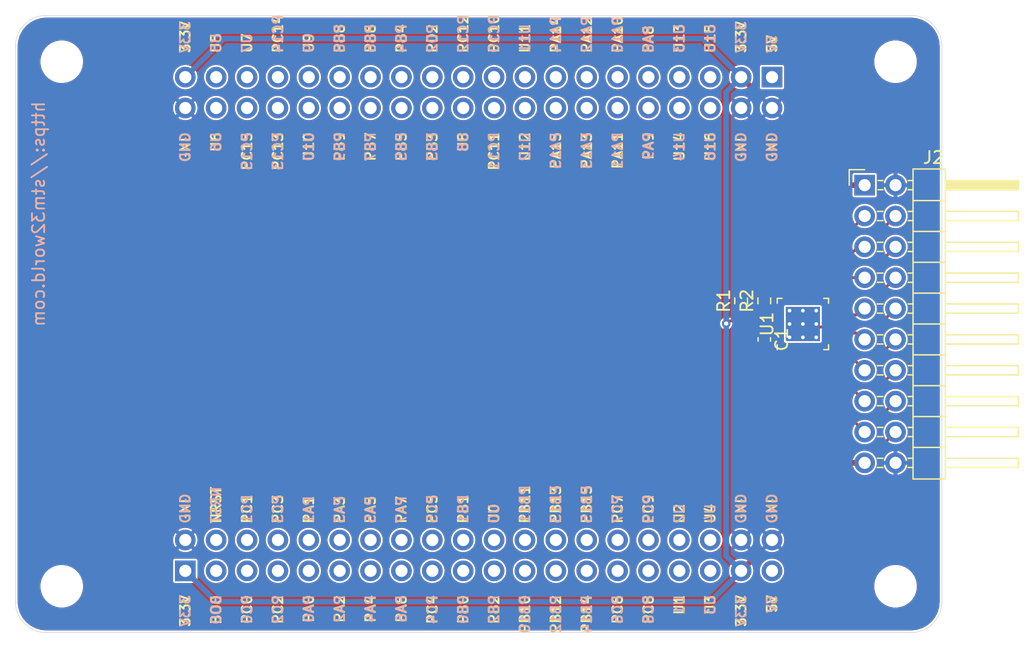
<source format=kicad_pcb>
(kicad_pcb (version 20171130) (host pcbnew 5.1.9+dfsg1-1)
  (layers (0 F.Cu signal) (31 B.Cu signal) (34 B.Paste user) (35 F.Paste user) (36 B.SilkS user) (37 F.SilkS user) (38 B.Mask user) (39 F.Mask user) (44 Edge.Cuts user))
  (net 0 "")
  (net 1 +3V3)
  (net 2 GND)
  (net 3 "Net-(J1-Pad3)")
  (net 4 "Net-(J1-Pad4)")
  (net 5 "Net-(J1-Pad5)")
  (net 6 "Net-(J1-Pad6)")
  (net 7 "Net-(J1-Pad7)")
  (net 8 "Net-(J1-Pad8)")
  (net 9 "Net-(J1-Pad9)")
  (net 10 "Net-(J1-Pad10)")
  (net 11 "Net-(J1-Pad11)")
  (net 12 "Net-(J1-Pad12)")
  (net 13 "Net-(J1-Pad13)")
  (net 14 "Net-(J1-Pad14)")
  (net 15 "Net-(J1-Pad15)")
  (net 16 "Net-(J1-Pad16)")
  (net 17 "Net-(J1-Pad17)")
  (net 18 "Net-(J1-Pad18)")
  (net 19 "Net-(J1-Pad19)")
  (net 20 "Net-(J1-Pad20)")
  (net 21 "Net-(J1-Pad21)")
  (net 22 "Net-(J1-Pad22)")
  (net 23 "Net-(J1-Pad23)")
  (net 24 "Net-(J1-Pad24)")
  (net 25 "Net-(J1-Pad25)")
  (net 26 "Net-(J1-Pad26)")
  (net 27 "Net-(J1-Pad27)")
  (net 28 "Net-(J1-Pad28)")
  (net 29 "Net-(J1-Pad29)")
  (net 30 "Net-(J1-Pad30)")
  (net 31 "Net-(J1-Pad31)")
  (net 32 "Net-(J1-Pad32)")
  (net 33 "Net-(J1-Pad33)")
  (net 34 "Net-(J1-Pad34)")
  (net 35 "Net-(J1-Pad35)")
  (net 36 "Net-(J1-Pad36)")
  (net 37 "Net-(J1-Pad39)")
  (net 38 "Net-(J1-Pad41)")
  (net 39 "Net-(J1-Pad45)")
  (net 40 "Net-(J1-Pad46)")
  (net 41 "Net-(J1-Pad47)")
  (net 42 "Net-(J1-Pad48)")
  (net 43 "Net-(J1-Pad49)")
  (net 44 "Net-(J1-Pad50)")
  (net 45 "Net-(J1-Pad51)")
  (net 46 "Net-(J1-Pad52)")
  (net 47 "Net-(J1-Pad53)")
  (net 48 "Net-(J1-Pad54)")
  (net 49 "Net-(J1-Pad55)")
  (net 50 "Net-(J1-Pad56)")
  (net 51 "Net-(J1-Pad57)")
  (net 52 "Net-(J1-Pad58)")
  (net 53 "Net-(J1-Pad59)")
  (net 54 "Net-(J1-Pad60)")
  (net 55 "Net-(J1-Pad61)")
  (net 56 "Net-(J1-Pad62)")
  (net 57 "Net-(J1-Pad63)")
  (net 58 "Net-(J1-Pad64)")
  (net 59 "Net-(J1-Pad65)")
  (net 60 "Net-(J1-Pad66)")
  (net 61 "Net-(J1-Pad67)")
  (net 62 "Net-(J1-Pad68)")
  (net 63 "Net-(J1-Pad69)")
  (net 64 "Net-(J1-Pad70)")
  (net 65 "Net-(J1-Pad71)")
  (net 66 "Net-(J1-Pad72)")
  (net 67 "Net-(J1-Pad73)")
  (net 68 "Net-(J1-Pad74)")
  (net 69 "Net-(J1-Pad75)")
  (net 70 "Net-(J1-Pad76)")
  (net 71 "Net-(J1-Pad77)")
  (net 72 "Net-(J1-Pad78)")
  (net 73 "Net-(U1-Pad24)")
  (net 74 "Net-(U1-Pad23)")
  (net 75 "Net-(U1-Pad22)")
  (net 76 "Net-(U1-Pad18)")
  (net 77 P1_7)
  (net 78 P1_6)
  (net 79 P1_5)
  (net 80 P1_4)
  (net 81 P0_7)
  (net 82 P0_6)
  (net 83 P0_5)
  (net 84 P0_4)
  (net 85 P0_3)
  (net 86 P0_2)
  (net 87 P0_1)
  (net 88 P0_0)
  (net 89 P1_3)
  (net 90 P1_2)
  (net 91 P1_1)
  (net 92 P1_0)
  (net 93 "Net-(R1-Pad2)")
  (net 94 "Net-(R2-Pad2)")
  (module Resistor_SMD:R_0603_1608Metric (layer F.Cu) (at 163.195 99.695 90)
    (fp_text reference R2 (at 0 -1.43 90) (layer F.SilkS))
    (fp_text value R_10K_0603)
    (pad 2 smd roundrect (at 0.825 0 90) (size 0.8 0.95) (layers F.Cu F.Paste F.Mask) (net 94 "Net-(R2-Pad2)"))
    (pad 1 smd roundrect (at -0.825 0 90) (size 0.8 0.95) (layers F.Cu F.Paste F.Mask) (net 1 +3V3))
  )
  (module Resistor_SMD:R_0603_1608Metric (layer F.Cu) (at 161.29 99.695 90)
    (fp_text reference R1 (at 0 -1.43 90) (layer F.SilkS))
    (fp_text value R_10K_0603)
    (pad 2 smd roundrect (at 0.825 0 90) (size 0.8 0.95) (layers F.Cu F.Paste F.Mask) (net 93 "Net-(R1-Pad2)"))
    (pad 1 smd roundrect (at -0.825 0 90) (size 0.8 0.95) (layers F.Cu F.Paste F.Mask) (net 1 +3V3))
  )
  (module Capacitor_SMD:C_0603_1608Metric (layer F.Cu) (at 163.195 102.87 270)
    (fp_text reference C1 (at 0 -1.43 90) (layer F.SilkS))
    (fp_text value C_100NF_0603)
    (pad 2 smd roundrect (at 0.775 0 270) (size 0.9 0.95) (layers F.Cu F.Paste F.Mask) (net 2 GND))
    (pad 1 smd roundrect (at -0.775 0 270) (size 0.9 0.95) (layers F.Cu F.Paste F.Mask) (net 1 +3V3))
  )
  (module Package_DFN_QFN:TQFN-24-1EP_4x4mm_P0.5mm_EP2.8x2.8mm_PullBack_ThermalVias (layer F.Cu) (at 166.37 101.6 90)
    (fp_text reference U1 (at 0 -2.95 90) (layer F.SilkS))
    (fp_text value AW9523B)
    (pad 25 smd rect (at 0 0 90) (size 2.8 2.8) (layers B.Cu) (net 2 GND))
    (pad 25 thru_hole circle (at 1.1 1.1 90) (size 0.6 0.6) (drill 0.3) (layers *.Cu) (net 2 GND))
    (pad 25 thru_hole circle (at 0 1.1 90) (size 0.6 0.6) (drill 0.3) (layers *.Cu) (net 2 GND))
    (pad 25 thru_hole circle (at -1.1 1.1 90) (size 0.6 0.6) (drill 0.3) (layers *.Cu) (net 2 GND))
    (pad 25 thru_hole circle (at 1.1 0 90) (size 0.6 0.6) (drill 0.3) (layers *.Cu) (net 2 GND))
    (pad 25 thru_hole circle (at 0 0 90) (size 0.6 0.6) (drill 0.3) (layers *.Cu) (net 2 GND))
    (pad 25 thru_hole circle (at -1.1 0 90) (size 0.6 0.6) (drill 0.3) (layers *.Cu) (net 2 GND))
    (pad 25 thru_hole circle (at 1.1 -1.1 90) (size 0.6 0.6) (drill 0.3) (layers *.Cu) (net 2 GND))
    (pad 25 thru_hole circle (at 0 -1.1 90) (size 0.6 0.6) (drill 0.3) (layers *.Cu) (net 2 GND))
    (pad 25 thru_hole circle (at -1.1 -1.1 90) (size 0.6 0.6) (drill 0.3) (layers *.Cu) (net 2 GND))
    (pad 25 smd rect (at 0 0 90) (size 2.8 2.8) (layers F.Cu F.Mask) (net 2 GND))
    (pad 24 smd roundrect (at -1.25 -1.8 90) (size 0.4 0.4) (layers F.Cu F.Paste F.Mask) (net 73 "Net-(U1-Pad24)"))
    (pad 23 smd roundrect (at -0.75 -1.8 90) (size 0.4 0.4) (layers F.Cu F.Paste F.Mask) (net 74 "Net-(U1-Pad23)"))
    (pad 22 smd roundrect (at -0.25 -1.8 90) (size 0.4 0.4) (layers F.Cu F.Paste F.Mask) (net 75 "Net-(U1-Pad22)"))
    (pad 21 smd roundrect (at 0.25 -1.8 90) (size 0.4 0.4) (layers F.Cu F.Paste F.Mask) (net 1 +3V3))
    (pad 20 smd roundrect (at 0.75 -1.8 90) (size 0.4 0.4) (layers F.Cu F.Paste F.Mask) (net 93 "Net-(R1-Pad2)"))
    (pad 19 smd roundrect (at 1.25 -1.8 90) (size 0.4 0.4) (layers F.Cu F.Paste F.Mask) (net 94 "Net-(R2-Pad2)"))
    (pad 18 smd roundrect (at 1.8 -1.25 90) (size 0.4 0.4) (layers F.Cu F.Paste F.Mask) (net 76 "Net-(U1-Pad18)"))
    (pad 17 smd roundrect (at 1.8 -0.75 90) (size 0.4 0.4) (layers F.Cu F.Paste F.Mask) (net 77 P1_7))
    (pad 16 smd roundrect (at 1.8 -0.25 90) (size 0.4 0.4) (layers F.Cu F.Paste F.Mask) (net 78 P1_6))
    (pad 15 smd roundrect (at 1.8 0.25 90) (size 0.4 0.4) (layers F.Cu F.Paste F.Mask) (net 79 P1_5))
    (pad 14 smd roundrect (at 1.8 0.75 90) (size 0.4 0.4) (layers F.Cu F.Paste F.Mask) (net 80 P1_4))
    (pad 13 smd roundrect (at 1.8 1.25 90) (size 0.4 0.4) (layers F.Cu F.Paste F.Mask) (net 81 P0_7))
    (pad 12 smd roundrect (at 1.25 1.8 90) (size 0.4 0.4) (layers F.Cu F.Paste F.Mask) (net 82 P0_6))
    (pad 11 smd roundrect (at 0.75 1.8 90) (size 0.4 0.4) (layers F.Cu F.Paste F.Mask) (net 83 P0_5))
    (pad 10 smd roundrect (at 0.25 1.8 90) (size 0.4 0.4) (layers F.Cu F.Paste F.Mask) (net 84 P0_4))
    (pad 9 smd roundrect (at -0.25 1.8 90) (size 0.4 0.4) (layers F.Cu F.Paste F.Mask) (net 2 GND))
    (pad 8 smd roundrect (at -0.75 1.8 90) (size 0.4 0.4) (layers F.Cu F.Paste F.Mask) (net 85 P0_3))
    (pad 7 smd roundrect (at -1.25 1.8 90) (size 0.4 0.4) (layers F.Cu F.Paste F.Mask) (net 86 P0_2))
    (pad 6 smd roundrect (at -1.8 1.25 90) (size 0.4 0.4) (layers F.Cu F.Paste F.Mask) (net 87 P0_1))
    (pad 5 smd roundrect (at -1.8 0.75 90) (size 0.4 0.4) (layers F.Cu F.Paste F.Mask) (net 88 P0_0))
    (pad 4 smd roundrect (at -1.8 0.25 90) (size 0.4 0.4) (layers F.Cu F.Paste F.Mask) (net 89 P1_3))
    (pad 3 smd roundrect (at -1.8 -0.25 90) (size 0.4 0.4) (layers F.Cu F.Paste F.Mask) (net 90 P1_2))
    (pad 2 smd roundrect (at -1.8 -0.75 90) (size 0.4 0.4) (layers F.Cu F.Paste F.Mask) (net 91 P1_1))
    (pad 1 smd roundrect (at -1.8 -1.25 90) (size 0.4 0.4) (layers F.Cu F.Paste F.Mask) (net 92 P1_0))
  )
  (module Connector_PinHeader_2.54mm:PinHeader_2x10_P2.54mm_Horizontal (layer F.Cu) (at 171.45 90.17)
    (fp_text reference J2 (at 5.655 -2.27) (layer F.SilkS))
    (fp_text value ~)
    (pad 20 thru_hole oval (at 2.54 22.86) (size 1.7 1.7) (drill 1) (layers *.Cu *.Mask) (net 2 GND))
    (pad 19 thru_hole oval (at 0 22.86) (size 1.7 1.7) (drill 1) (layers *.Cu *.Mask) (net 1 +3V3))
    (pad 18 thru_hole oval (at 2.54 20.32) (size 1.7 1.7) (drill 1) (layers *.Cu *.Mask) (net 92 P1_0))
    (pad 17 thru_hole oval (at 0 20.32) (size 1.7 1.7) (drill 1) (layers *.Cu *.Mask) (net 91 P1_1))
    (pad 16 thru_hole oval (at 2.54 17.78) (size 1.7 1.7) (drill 1) (layers *.Cu *.Mask) (net 90 P1_2))
    (pad 15 thru_hole oval (at 0 17.78) (size 1.7 1.7) (drill 1) (layers *.Cu *.Mask) (net 89 P1_3))
    (pad 14 thru_hole oval (at 2.54 15.24) (size 1.7 1.7) (drill 1) (layers *.Cu *.Mask) (net 88 P0_0))
    (pad 13 thru_hole oval (at 0 15.24) (size 1.7 1.7) (drill 1) (layers *.Cu *.Mask) (net 87 P0_1))
    (pad 12 thru_hole oval (at 2.54 12.7) (size 1.7 1.7) (drill 1) (layers *.Cu *.Mask) (net 86 P0_2))
    (pad 11 thru_hole oval (at 0 12.7) (size 1.7 1.7) (drill 1) (layers *.Cu *.Mask) (net 85 P0_3))
    (pad 10 thru_hole oval (at 2.54 10.16) (size 1.7 1.7) (drill 1) (layers *.Cu *.Mask) (net 84 P0_4))
    (pad 9 thru_hole oval (at 0 10.16) (size 1.7 1.7) (drill 1) (layers *.Cu *.Mask) (net 83 P0_5))
    (pad 8 thru_hole oval (at 2.54 7.62) (size 1.7 1.7) (drill 1) (layers *.Cu *.Mask) (net 82 P0_6))
    (pad 7 thru_hole oval (at 0 7.62) (size 1.7 1.7) (drill 1) (layers *.Cu *.Mask) (net 81 P0_7))
    (pad 6 thru_hole oval (at 2.54 5.08) (size 1.7 1.7) (drill 1) (layers *.Cu *.Mask) (net 80 P1_4))
    (pad 5 thru_hole oval (at 0 5.08) (size 1.7 1.7) (drill 1) (layers *.Cu *.Mask) (net 79 P1_5))
    (pad 4 thru_hole oval (at 2.54 2.54) (size 1.7 1.7) (drill 1) (layers *.Cu *.Mask) (net 78 P1_6))
    (pad 3 thru_hole oval (at 0 2.54) (size 1.7 1.7) (drill 1) (layers *.Cu *.Mask) (net 77 P1_7))
    (pad 2 thru_hole oval (at 2.54 0) (size 1.7 1.7) (drill 1) (layers *.Cu *.Mask) (net 2 GND))
    (pad 1 thru_hole rect (at 0 0) (size 1.7 1.7) (drill 1) (layers *.Cu *.Mask) (net 1 +3V3))
  )
  (module stm32world:STM32WORLD_BASE (layer F.Cu) (at 139.7 101.6)
    (fp_text reference J1 hide)
    (fp_text value ~)
    (fp_text user 5V (at 24.13 22.225 90) (layer B.SilkS) (effects (font (size 0.8 0.8)) (justify left mirror)))
    (fp_text user 3.3V (at 21.59 22.225 90) (layer B.SilkS) (effects (font (size 0.8 0.8)) (justify left mirror)))
    (fp_text user U3 (at 19.05 22.225 90) (layer B.SilkS) (effects (font (size 0.8 0.8)) (justify left mirror)))
    (fp_text user U1 (at 16.51 22.225 90) (layer B.SilkS) (effects (font (size 0.8 0.8)) (justify left mirror)))
    (fp_text user PC8 (at 13.97 22.225 90) (layer B.SilkS) (effects (font (size 0.8 0.8)) (justify left mirror)))
    (fp_text user PC6 (at 11.43 22.225 90) (layer B.SilkS) (effects (font (size 0.8 0.8)) (justify left mirror)))
    (fp_text user PB14 (at 8.89 22.225 90) (layer B.SilkS) (effects (font (size 0.8 0.8)) (justify left mirror)))
    (fp_text user PB12 (at 6.35 22.225 90) (layer B.SilkS) (effects (font (size 0.8 0.8)) (justify left mirror)))
    (fp_text user PB10 (at 3.81 22.225 90) (layer B.SilkS) (effects (font (size 0.8 0.8)) (justify left mirror)))
    (fp_text user PB2 (at 1.27 22.225 90) (layer B.SilkS) (effects (font (size 0.8 0.8)) (justify left mirror)))
    (fp_text user PB0 (at -1.27 22.225 90) (layer B.SilkS) (effects (font (size 0.8 0.8)) (justify left mirror)))
    (fp_text user PC4 (at -3.81 22.225 90) (layer B.SilkS) (effects (font (size 0.8 0.8)) (justify left mirror)))
    (fp_text user PA6 (at -6.35 22.225 90) (layer B.SilkS) (effects (font (size 0.8 0.8)) (justify left mirror)))
    (fp_text user PA4 (at -8.89 22.225 90) (layer B.SilkS) (effects (font (size 0.8 0.8)) (justify left mirror)))
    (fp_text user PA2 (at -11.43 22.225 90) (layer B.SilkS) (effects (font (size 0.8 0.8)) (justify left mirror)))
    (fp_text user PA0 (at -13.97 22.225 90) (layer B.SilkS) (effects (font (size 0.8 0.8)) (justify left mirror)))
    (fp_text user PC2 (at -16.51 22.225 90) (layer B.SilkS) (effects (font (size 0.8 0.8)) (justify left mirror)))
    (fp_text user PC0 (at -19.05 22.225 90) (layer B.SilkS) (effects (font (size 0.8 0.8)) (justify left mirror)))
    (fp_text user BO0 (at -21.59 22.225 90) (layer B.SilkS) (effects (font (size 0.8 0.8)) (justify left mirror)))
    (fp_text user 3.3V (at -24.13 22.225 90) (layer B.SilkS) (effects (font (size 0.8 0.8)) (justify left mirror)))
    (fp_text user GND (at 24.13 16.51 90) (layer B.SilkS) (effects (font (size 0.8 0.8)) (justify right mirror)))
    (fp_text user GND (at 21.59 16.51 90) (layer B.SilkS) (effects (font (size 0.8 0.8)) (justify right mirror)))
    (fp_text user U4 (at 19.05 16.51 90) (layer B.SilkS) (effects (font (size 0.8 0.8)) (justify right mirror)))
    (fp_text user U2 (at 16.51 16.51 90) (layer B.SilkS) (effects (font (size 0.8 0.8)) (justify right mirror)))
    (fp_text user PC9 (at 13.97 16.51 90) (layer B.SilkS) (effects (font (size 0.8 0.8)) (justify right mirror)))
    (fp_text user PC7 (at 11.43 16.51 90) (layer B.SilkS) (effects (font (size 0.8 0.8)) (justify right mirror)))
    (fp_text user PB15 (at 8.89 16.51 90) (layer B.SilkS) (effects (font (size 0.8 0.8)) (justify right mirror)))
    (fp_text user PB13 (at 6.35 16.51 90) (layer B.SilkS) (effects (font (size 0.8 0.8)) (justify right mirror)))
    (fp_text user PB11 (at 3.81 16.51 90) (layer B.SilkS) (effects (font (size 0.8 0.8)) (justify right mirror)))
    (fp_text user U0 (at 1.27 16.51 90) (layer B.SilkS) (effects (font (size 0.8 0.8)) (justify right mirror)))
    (fp_text user PB1 (at -1.27 16.51 90) (layer B.SilkS) (effects (font (size 0.8 0.8)) (justify right mirror)))
    (fp_text user PC5 (at -3.81 16.51 90) (layer B.SilkS) (effects (font (size 0.8 0.8)) (justify right mirror)))
    (fp_text user PA7 (at -6.35 16.51 90) (layer B.SilkS) (effects (font (size 0.8 0.8)) (justify right mirror)))
    (fp_text user PA5 (at -8.89 16.51 90) (layer B.SilkS) (effects (font (size 0.8 0.8)) (justify right mirror)))
    (fp_text user PA3 (at -11.43 16.51 90) (layer B.SilkS) (effects (font (size 0.8 0.8)) (justify right mirror)))
    (fp_text user PA1 (at -13.97 16.51 90) (layer B.SilkS) (effects (font (size 0.8 0.8)) (justify right mirror)))
    (fp_text user PC3 (at -16.51 16.51 90) (layer B.SilkS) (effects (font (size 0.8 0.8)) (justify right mirror)))
    (fp_text user PC1 (at -19.05 16.51 90) (layer B.SilkS) (effects (font (size 0.8 0.8)) (justify right mirror)))
    (fp_text user NRST (at -21.59 16.51 90) (layer B.SilkS) (effects (font (size 0.8 0.8)) (justify right mirror)))
    (fp_text user GND (at -24.13 16.51 90) (layer B.SilkS) (effects (font (size 0.8 0.8)) (justify right mirror)))
    (fp_text user 3.3V (at -24.13 -22.225 90) (layer B.SilkS) (effects (font (size 0.8 0.8)) (justify right mirror)))
    (fp_text user U5 (at -21.59 -22.225 90) (layer B.SilkS) (effects (font (size 0.8 0.8)) (justify right mirror)))
    (fp_text user U7 (at -19.05 -22.225 90) (layer B.SilkS) (effects (font (size 0.8 0.8)) (justify right mirror)))
    (fp_text user PC14 (at -16.51 -22.225 90) (layer B.SilkS) (effects (font (size 0.8 0.8)) (justify right mirror)))
    (fp_text user U9 (at -13.97 -22.225 90) (layer B.SilkS) (effects (font (size 0.8 0.8)) (justify right mirror)))
    (fp_text user PB8 (at -11.43 -22.225 90) (layer B.SilkS) (effects (font (size 0.8 0.8)) (justify right mirror)))
    (fp_text user PB6 (at -8.89 -22.225 90) (layer B.SilkS) (effects (font (size 0.8 0.8)) (justify right mirror)))
    (fp_text user PB4 (at -6.35 -22.225 90) (layer B.SilkS) (effects (font (size 0.8 0.8)) (justify right mirror)))
    (fp_text user PD2 (at -3.81 -22.225 90) (layer B.SilkS) (effects (font (size 0.8 0.8)) (justify right mirror)))
    (fp_text user PC12 (at -1.27 -22.225 90) (layer B.SilkS) (effects (font (size 0.8 0.8)) (justify right mirror)))
    (fp_text user PC10 (at 1.27 -22.225 90) (layer B.SilkS) (effects (font (size 0.8 0.8)) (justify right mirror)))
    (fp_text user U11 (at 3.81 -22.225 90) (layer B.SilkS) (effects (font (size 0.8 0.8)) (justify right mirror)))
    (fp_text user PA14 (at 6.35 -22.225 90) (layer B.SilkS) (effects (font (size 0.8 0.8)) (justify right mirror)))
    (fp_text user PA12 (at 8.89 -22.225 90) (layer B.SilkS) (effects (font (size 0.8 0.8)) (justify right mirror)))
    (fp_text user PA10 (at 11.43 -22.225 90) (layer B.SilkS) (effects (font (size 0.8 0.8)) (justify right mirror)))
    (fp_text user PA8 (at 13.97 -22.225 90) (layer B.SilkS) (effects (font (size 0.8 0.8)) (justify right mirror)))
    (fp_text user U13 (at 16.51 -22.225 90) (layer B.SilkS) (effects (font (size 0.8 0.8)) (justify right mirror)))
    (fp_text user U15 (at 19.05 -22.225 90) (layer B.SilkS) (effects (font (size 0.8 0.8)) (justify right mirror)))
    (fp_text user 3.3V (at 21.59 -22.225 90) (layer B.SilkS) (effects (font (size 0.8 0.8)) (justify right mirror)))
    (fp_text user 5V (at 24.13 -22.225 90) (layer B.SilkS) (effects (font (size 0.8 0.8)) (justify right mirror)))
    (fp_text user GND (at 24.13 -15.875 90) (layer B.SilkS) (effects (font (size 0.8 0.8)) (justify left mirror)))
    (fp_text user GND (at 21.59 -15.875 90) (layer B.SilkS) (effects (font (size 0.8 0.8)) (justify left mirror)))
    (fp_text user U16 (at 19.05 -15.875 90) (layer B.SilkS) (effects (font (size 0.8 0.8)) (justify left mirror)))
    (fp_text user U14 (at 16.51 -15.875 90) (layer B.SilkS) (effects (font (size 0.8 0.8)) (justify left mirror)))
    (fp_text user PA9 (at 13.97 -15.875 90) (layer B.SilkS) (effects (font (size 0.8 0.8)) (justify left mirror)))
    (fp_text user PA11 (at 11.43 -15.875 90) (layer B.SilkS) (effects (font (size 0.8 0.8)) (justify left mirror)))
    (fp_text user PA13 (at 8.89 -15.875 90) (layer B.SilkS) (effects (font (size 0.8 0.8)) (justify left mirror)))
    (fp_text user PA15 (at 6.35 -15.875 90) (layer B.SilkS) (effects (font (size 0.8 0.8)) (justify left mirror)))
    (fp_text user U12 (at 3.81 -15.875 90) (layer B.SilkS) (effects (font (size 0.8 0.8)) (justify left mirror)))
    (fp_text user PC11 (at 1.27 -15.875 90) (layer B.SilkS) (effects (font (size 0.8 0.8)) (justify left mirror)))
    (fp_text user U8 (at -1.27 -15.875 90) (layer B.SilkS) (effects (font (size 0.8 0.8)) (justify left mirror)))
    (fp_text user PB3 (at -3.81 -15.875 90) (layer B.SilkS) (effects (font (size 0.8 0.8)) (justify left mirror)))
    (fp_text user PB5 (at -6.35 -15.875 90) (layer B.SilkS) (effects (font (size 0.8 0.8)) (justify left mirror)))
    (fp_text user PB7 (at -8.89 -15.875 90) (layer B.SilkS) (effects (font (size 0.8 0.8)) (justify left mirror)))
    (fp_text user PB9 (at -11.43 -15.875 90) (layer B.SilkS) (effects (font (size 0.8 0.8)) (justify left mirror)))
    (fp_text user U10 (at -13.97 -15.875 90) (layer B.SilkS) (effects (font (size 0.8 0.8)) (justify left mirror)))
    (fp_text user PC13 (at -16.51 -15.875 90) (layer B.SilkS) (effects (font (size 0.8 0.8)) (justify left mirror)))
    (fp_text user PC15 (at -19.05 -15.875 90) (layer B.SilkS) (effects (font (size 0.8 0.8)) (justify left mirror)))
    (fp_text user U6 (at -21.59 -15.875 90) (layer B.SilkS) (effects (font (size 0.8 0.8)) (justify left mirror)))
    (fp_text user GND (at -24.13 -15.875 90) (layer B.SilkS) (effects (font (size 0.8 0.8)) (justify left mirror)))
    (fp_text user U16 (at 19.05 -15.875 90) (layer F.SilkS) (effects (font (size 0.8 0.8)) (justify right)))
    (fp_text user U14 (at 16.51 -15.875 90) (layer F.SilkS) (effects (font (size 0.8 0.8)) (justify right)))
    (fp_text user U15 (at 19.05 -22.225 90) (layer F.SilkS) (effects (font (size 0.8 0.8)) (justify left)))
    (fp_text user U13 (at 16.51 -22.225 90) (layer F.SilkS) (effects (font (size 0.8 0.8)) (justify left)))
    (fp_text user U11 (at 3.81 -22.225 90) (layer F.SilkS) (effects (font (size 0.8 0.8)) (justify left)))
    (fp_text user U12 (at 3.81 -15.875 90) (layer F.SilkS) (effects (font (size 0.8 0.8)) (justify right)))
    (fp_text user U8 (at -1.27 -15.875 90) (layer F.SilkS) (effects (font (size 0.8 0.8)) (justify right)))
    (fp_text user U10 (at -13.97 -15.875 90) (layer F.SilkS) (effects (font (size 0.8 0.8)) (justify right)))
    (fp_text user U9 (at -13.97 -22.225 90) (layer F.SilkS) (effects (font (size 0.8 0.8)) (justify left)))
    (fp_text user U7 (at -19.05 -22.225 90) (layer F.SilkS) (effects (font (size 0.8 0.8)) (justify left)))
    (fp_text user U6 (at -21.59 -15.875 90) (layer F.SilkS) (effects (font (size 0.8 0.8)) (justify right)))
    (fp_text user U5 (at -21.59 -22.225 90) (layer F.SilkS) (effects (font (size 0.8 0.8)) (justify left)))
    (fp_text user U4 (at 19.05 16.51 90) (layer F.SilkS) (effects (font (size 0.8 0.8)) (justify left)))
    (fp_text user U2 (at 16.51 16.51 90) (layer F.SilkS) (effects (font (size 0.8 0.8)) (justify left)))
    (fp_text user U3 (at 19.05 22.225 90) (layer F.SilkS) (effects (font (size 0.8 0.8)) (justify right)))
    (fp_text user U1 (at 16.51 22.225 90) (layer F.SilkS) (effects (font (size 0.8 0.8)) (justify right)))
    (fp_text user U0 (at 1.27 16.51 90) (layer F.SilkS) (effects (font (size 0.8 0.8)) (justify left)))
    (fp_text user https://stm32world.com (at -36.195 -18.415 90 unlocked) (layer B.SilkS) (effects (justify left mirror)))
    (fp_text user 3.3V (at 21.59 -22.225 90) (layer F.SilkS) (effects (font (size 0.8 0.8)) (justify left)))
    (fp_text user GND (at 21.59 -15.875 90) (layer F.SilkS) (effects (font (size 0.8 0.8)) (justify right)))
    (fp_text user 5V (at 24.13 22.225 90) (layer F.SilkS) (effects (font (size 0.8 0.8)) (justify right)))
    (fp_text user GND (at 21.59 16.51 90) (layer F.SilkS) (effects (font (size 0.8 0.8)) (justify left)))
    (fp_text user GND (at -24.13 -15.875 90) (layer F.SilkS) (effects (font (size 0.8 0.8)) (justify right)))
    (fp_text user PC15 (at -19.05 -15.875 90) (layer F.SilkS) (effects (font (size 0.8 0.8)) (justify right)))
    (fp_text user PC13 (at -16.51 -15.875 90) (layer F.SilkS) (effects (font (size 0.8 0.8)) (justify right)))
    (fp_text user PB9 (at -11.43 -15.875 90) (layer F.SilkS) (effects (font (size 0.8 0.8)) (justify right)))
    (fp_text user PB7 (at -8.89 -15.875 90) (layer F.SilkS) (effects (font (size 0.8 0.8)) (justify right)))
    (fp_text user PB5 (at -6.35 -15.875 90) (layer F.SilkS) (effects (font (size 0.8 0.8)) (justify right)))
    (fp_text user PB3 (at -3.81 -15.875 90) (layer F.SilkS) (effects (font (size 0.8 0.8)) (justify right)))
    (fp_text user PC11 (at 1.27 -15.875 90) (layer F.SilkS) (effects (font (size 0.8 0.8)) (justify right)))
    (fp_text user PA15 (at 6.35 -15.875 90) (layer F.SilkS) (effects (font (size 0.8 0.8)) (justify right)))
    (fp_text user PA13 (at 8.89 -15.875 90) (layer F.SilkS) (effects (font (size 0.8 0.8)) (justify right)))
    (fp_text user PA11 (at 11.43 -15.875 90) (layer F.SilkS) (effects (font (size 0.8 0.8)) (justify right)))
    (fp_text user PA9 (at 13.97 -15.875 90) (layer F.SilkS) (effects (font (size 0.8 0.8)) (justify right)))
    (fp_text user 3.3V (at -24.13 -22.225 90) (layer F.SilkS) (effects (font (size 0.8 0.8)) (justify left)))
    (fp_text user PC14 (at -16.51 -22.225 90) (layer F.SilkS) (effects (font (size 0.8 0.8)) (justify left)))
    (fp_text user PB8 (at -11.43 -22.225 90) (layer F.SilkS) (effects (font (size 0.8 0.8)) (justify left)))
    (fp_text user PB6 (at -8.89 -22.225 90) (layer F.SilkS) (effects (font (size 0.8 0.8)) (justify left)))
    (fp_text user PB4 (at -6.35 -22.225 90) (layer F.SilkS) (effects (font (size 0.8 0.8)) (justify left)))
    (fp_text user PD2 (at -3.81 -22.225 90) (layer F.SilkS) (effects (font (size 0.8 0.8)) (justify left)))
    (fp_text user PC12 (at -1.27 -22.225 90) (layer F.SilkS) (effects (font (size 0.8 0.8)) (justify left)))
    (fp_text user PC10 (at 1.27 -22.225 90) (layer F.SilkS) (effects (font (size 0.8 0.8)) (justify left)))
    (fp_text user PA14 (at 6.35 -22.225 90) (layer F.SilkS) (effects (font (size 0.8 0.8)) (justify left)))
    (fp_text user PA12 (at 8.89 -22.225 90) (layer F.SilkS) (effects (font (size 0.8 0.8)) (justify left)))
    (fp_text user PA10 (at 11.43 -22.225 90) (layer F.SilkS) (effects (font (size 0.8 0.8)) (justify left)))
    (fp_text user PA8 (at 13.97 -22.225 90) (layer F.SilkS) (effects (font (size 0.8 0.8)) (justify left)))
    (fp_text user GND (at 24.13 -15.875 90) (layer F.SilkS) (effects (font (size 0.8 0.8)) (justify right)))
    (fp_text user 5V (at 24.13 -22.225 90) (layer F.SilkS) (effects (font (size 0.8 0.8)) (justify left)))
    (fp_text user GND (at 24.13 16.51 90) (layer F.SilkS) (effects (font (size 0.8 0.8)) (justify left)))
    (fp_text user PC9 (at 13.97 16.51 90) (layer F.SilkS) (effects (font (size 0.8 0.8)) (justify left)))
    (fp_text user PC7 (at 11.43 16.51 90) (layer F.SilkS) (effects (font (size 0.8 0.8)) (justify left)))
    (fp_text user PB15 (at 8.89 16.51 90) (layer F.SilkS) (effects (font (size 0.8 0.8)) (justify left)))
    (fp_text user PB13 (at 6.35 16.51 90) (layer F.SilkS) (effects (font (size 0.8 0.8)) (justify left)))
    (fp_text user PB11 (at 3.81 16.51 90) (layer F.SilkS) (effects (font (size 0.8 0.8)) (justify left)))
    (fp_text user PB1 (at -1.27 16.51 90) (layer F.SilkS) (effects (font (size 0.8 0.8)) (justify left)))
    (fp_text user PC5 (at -3.81 16.51 90) (layer F.SilkS) (effects (font (size 0.8 0.8)) (justify left)))
    (fp_text user PA7 (at -6.35 16.51 90) (layer F.SilkS) (effects (font (size 0.8 0.8)) (justify left)))
    (fp_text user PA5 (at -8.89 16.51 90) (layer F.SilkS) (effects (font (size 0.8 0.8)) (justify left)))
    (fp_text user PA3 (at -11.43 16.51 90) (layer F.SilkS) (effects (font (size 0.8 0.8)) (justify left)))
    (fp_text user PA1 (at -13.97 16.51 90) (layer F.SilkS) (effects (font (size 0.8 0.8)) (justify left)))
    (fp_text user PC3 (at -16.51 16.51 90) (layer F.SilkS) (effects (font (size 0.8 0.8)) (justify left)))
    (fp_text user PC1 (at -19.05 16.51 90) (layer F.SilkS) (effects (font (size 0.8 0.8)) (justify left)))
    (fp_text user NRST (at -21.59 16.51 90) (layer F.SilkS) (effects (font (size 0.8 0.8)) (justify left)))
    (fp_text user 3.3V (at 21.59 22.225 90) (layer F.SilkS) (effects (font (size 0.8 0.8)) (justify right)))
    (fp_text user PC8 (at 13.97 22.225 90) (layer F.SilkS) (effects (font (size 0.8 0.8)) (justify right)))
    (fp_text user PC6 (at 11.43 22.225 90) (layer F.SilkS) (effects (font (size 0.8 0.8)) (justify right)))
    (fp_text user PB14 (at 8.89 22.225 90) (layer F.SilkS) (effects (font (size 0.8 0.8)) (justify right)))
    (fp_text user PB12 (at 6.35 22.225 90) (layer F.SilkS) (effects (font (size 0.8 0.8)) (justify right)))
    (fp_text user PB10 (at 3.81 22.225 90) (layer F.SilkS) (effects (font (size 0.8 0.8)) (justify right)))
    (fp_text user PB2 (at 1.27 22.225 90) (layer F.SilkS) (effects (font (size 0.8 0.8)) (justify right)))
    (fp_text user PB0 (at -1.27 22.225 90) (layer F.SilkS) (effects (font (size 0.8 0.8)) (justify right)))
    (fp_text user PC4 (at -3.81 22.225 90) (layer F.SilkS) (effects (font (size 0.8 0.8)) (justify right)))
    (fp_text user PA6 (at -6.35 22.225 90) (layer F.SilkS) (effects (font (size 0.8 0.8)) (justify right)))
    (fp_text user PA4 (at -8.89 22.225 90) (layer F.SilkS) (effects (font (size 0.8 0.8)) (justify right)))
    (fp_text user PA2 (at -11.43 22.225 90) (layer F.SilkS) (effects (font (size 0.8 0.8)) (justify right)))
    (fp_text user PA0 (at -13.97 22.225 90) (layer F.SilkS) (effects (font (size 0.8 0.8)) (justify right)))
    (fp_text user PC2 (at -16.51 22.225 90) (layer F.SilkS) (effects (font (size 0.8 0.8)) (justify right)))
    (fp_text user PC0 (at -19.05 22.225 90) (layer F.SilkS) (effects (font (size 0.8 0.8)) (justify right)))
    (fp_text user BO0 (at -21.59 22.225 90) (layer F.SilkS) (effects (font (size 0.8 0.8)) (justify right)))
    (fp_text user GND (at -24.13 16.51 90) (layer F.SilkS) (effects (font (size 0.8 0.8)) (justify left)))
    (fp_text user 3.3V (at -24.13 22.225 90) (layer F.SilkS) (effects (font (size 0.8 0.8)) (justify right)))
    (pad 1 thru_hole rect (at -24.13 20.32) (size 1.7 1.7) (drill 1) (layers *.Cu *.Mask) (net 1 +3V3))
    (pad 2 thru_hole circle (at -24.13 17.78) (size 1.7 1.7) (drill 1) (layers *.Cu *.Mask) (net 2 GND))
    (pad 3 thru_hole circle (at -21.59 20.32) (size 1.7 1.7) (drill 1) (layers *.Cu *.Mask) (net 3 "Net-(J1-Pad3)"))
    (pad 4 thru_hole circle (at -21.59 17.78) (size 1.7 1.7) (drill 1) (layers *.Cu *.Mask) (net 4 "Net-(J1-Pad4)"))
    (pad 5 thru_hole circle (at -19.05 20.32) (size 1.7 1.7) (drill 1) (layers *.Cu *.Mask) (net 5 "Net-(J1-Pad5)"))
    (pad 6 thru_hole circle (at -19.05 17.78) (size 1.7 1.7) (drill 1) (layers *.Cu *.Mask) (net 6 "Net-(J1-Pad6)"))
    (pad 7 thru_hole circle (at -16.51 20.32) (size 1.7 1.7) (drill 1) (layers *.Cu *.Mask) (net 7 "Net-(J1-Pad7)"))
    (pad 8 thru_hole circle (at -16.51 17.78) (size 1.7 1.7) (drill 1) (layers *.Cu *.Mask) (net 8 "Net-(J1-Pad8)"))
    (pad 9 thru_hole circle (at -13.97 20.32) (size 1.7 1.7) (drill 1) (layers *.Cu *.Mask) (net 9 "Net-(J1-Pad9)"))
    (pad 10 thru_hole circle (at -13.97 17.78) (size 1.7 1.7) (drill 1) (layers *.Cu *.Mask) (net 10 "Net-(J1-Pad10)"))
    (pad 11 thru_hole circle (at -11.43 20.32) (size 1.7 1.7) (drill 1) (layers *.Cu *.Mask) (net 11 "Net-(J1-Pad11)"))
    (pad 12 thru_hole circle (at -11.43 17.78) (size 1.7 1.7) (drill 1) (layers *.Cu *.Mask) (net 12 "Net-(J1-Pad12)"))
    (pad 13 thru_hole circle (at -8.89 20.32) (size 1.7 1.7) (drill 1) (layers *.Cu *.Mask) (net 13 "Net-(J1-Pad13)"))
    (pad 14 thru_hole circle (at -8.89 17.78) (size 1.7 1.7) (drill 1) (layers *.Cu *.Mask) (net 14 "Net-(J1-Pad14)"))
    (pad 15 thru_hole circle (at -6.35 20.32) (size 1.7 1.7) (drill 1) (layers *.Cu *.Mask) (net 15 "Net-(J1-Pad15)"))
    (pad 16 thru_hole circle (at -6.35 17.78) (size 1.7 1.7) (drill 1) (layers *.Cu *.Mask) (net 16 "Net-(J1-Pad16)"))
    (pad 17 thru_hole circle (at -3.81 20.32) (size 1.7 1.7) (drill 1) (layers *.Cu *.Mask) (net 17 "Net-(J1-Pad17)"))
    (pad 18 thru_hole circle (at -3.81 17.78) (size 1.7 1.7) (drill 1) (layers *.Cu *.Mask) (net 18 "Net-(J1-Pad18)"))
    (pad 19 thru_hole circle (at -1.27 20.32) (size 1.7 1.7) (drill 1) (layers *.Cu *.Mask) (net 19 "Net-(J1-Pad19)"))
    (pad 20 thru_hole circle (at -1.27 17.78) (size 1.7 1.7) (drill 1) (layers *.Cu *.Mask) (net 20 "Net-(J1-Pad20)"))
    (pad 21 thru_hole circle (at 1.27 20.32) (size 1.7 1.7) (drill 1) (layers *.Cu *.Mask) (net 21 "Net-(J1-Pad21)"))
    (pad 22 thru_hole circle (at 1.27 17.78) (size 1.7 1.7) (drill 1) (layers *.Cu *.Mask) (net 22 "Net-(J1-Pad22)"))
    (pad 23 thru_hole circle (at 3.81 20.32) (size 1.7 1.7) (drill 1) (layers *.Cu *.Mask) (net 23 "Net-(J1-Pad23)"))
    (pad 24 thru_hole circle (at 3.81 17.78) (size 1.7 1.7) (drill 1) (layers *.Cu *.Mask) (net 24 "Net-(J1-Pad24)"))
    (pad 25 thru_hole circle (at 6.35 20.32) (size 1.7 1.7) (drill 1) (layers *.Cu *.Mask) (net 25 "Net-(J1-Pad25)"))
    (pad 26 thru_hole circle (at 6.35 17.78) (size 1.7 1.7) (drill 1) (layers *.Cu *.Mask) (net 26 "Net-(J1-Pad26)"))
    (pad 27 thru_hole circle (at 8.89 20.32) (size 1.7 1.7) (drill 1) (layers *.Cu *.Mask) (net 27 "Net-(J1-Pad27)"))
    (pad 28 thru_hole circle (at 8.89 17.78) (size 1.7 1.7) (drill 1) (layers *.Cu *.Mask) (net 28 "Net-(J1-Pad28)"))
    (pad 29 thru_hole circle (at 11.43 20.32) (size 1.7 1.7) (drill 1) (layers *.Cu *.Mask) (net 29 "Net-(J1-Pad29)"))
    (pad 30 thru_hole circle (at 11.43 17.78) (size 1.7 1.7) (drill 1) (layers *.Cu *.Mask) (net 30 "Net-(J1-Pad30)"))
    (pad 31 thru_hole circle (at 13.97 20.32) (size 1.7 1.7) (drill 1) (layers *.Cu *.Mask) (net 31 "Net-(J1-Pad31)"))
    (pad 32 thru_hole circle (at 13.97 17.78) (size 1.7 1.7) (drill 1) (layers *.Cu *.Mask) (net 32 "Net-(J1-Pad32)"))
    (pad 33 thru_hole circle (at 16.51 20.32) (size 1.7 1.7) (drill 1) (layers *.Cu *.Mask) (net 33 "Net-(J1-Pad33)"))
    (pad 34 thru_hole circle (at 16.51 17.78) (size 1.7 1.7) (drill 1) (layers *.Cu *.Mask) (net 34 "Net-(J1-Pad34)"))
    (pad 35 thru_hole circle (at 19.05 20.32) (size 1.7 1.7) (drill 1) (layers *.Cu *.Mask) (net 35 "Net-(J1-Pad35)"))
    (pad 36 thru_hole circle (at 19.05 17.78) (size 1.7 1.7) (drill 1) (layers *.Cu *.Mask) (net 36 "Net-(J1-Pad36)"))
    (pad 37 thru_hole circle (at 21.59 20.32) (size 1.7 1.7) (drill 1) (layers *.Cu *.Mask) (net 1 +3V3))
    (pad 38 thru_hole circle (at 21.59 17.78) (size 1.7 1.7) (drill 1) (layers *.Cu *.Mask) (net 2 GND))
    (pad 39 thru_hole circle (at 24.13 20.32) (size 1.7 1.7) (drill 1) (layers *.Cu *.Mask) (net 37 "Net-(J1-Pad39)"))
    (pad 40 thru_hole circle (at 24.13 17.78) (size 1.7 1.7) (drill 1) (layers *.Cu *.Mask) (net 2 GND))
    (pad 41 thru_hole rect (at 24.13 -20.32) (size 1.7 1.7) (drill 1) (layers *.Cu *.Mask) (net 38 "Net-(J1-Pad41)"))
    (pad 42 thru_hole circle (at 24.13 -17.78) (size 1.7 1.7) (drill 1) (layers *.Cu *.Mask) (net 2 GND))
    (pad 43 thru_hole circle (at 21.59 -20.32) (size 1.7 1.7) (drill 1) (layers *.Cu *.Mask) (net 1 +3V3))
    (pad 44 thru_hole circle (at 21.59 -17.78) (size 1.7 1.7) (drill 1) (layers *.Cu *.Mask) (net 2 GND))
    (pad 45 thru_hole circle (at 19.05 -20.32) (size 1.7 1.7) (drill 1) (layers *.Cu *.Mask) (net 39 "Net-(J1-Pad45)"))
    (pad 46 thru_hole circle (at 19.05 -17.78) (size 1.7 1.7) (drill 1) (layers *.Cu *.Mask) (net 40 "Net-(J1-Pad46)"))
    (pad 47 thru_hole circle (at 16.51 -20.32) (size 1.7 1.7) (drill 1) (layers *.Cu *.Mask) (net 41 "Net-(J1-Pad47)"))
    (pad 48 thru_hole circle (at 16.51 -17.78) (size 1.7 1.7) (drill 1) (layers *.Cu *.Mask) (net 42 "Net-(J1-Pad48)"))
    (pad 49 thru_hole circle (at 13.97 -20.32) (size 1.7 1.7) (drill 1) (layers *.Cu *.Mask) (net 43 "Net-(J1-Pad49)"))
    (pad 50 thru_hole circle (at 13.97 -17.78) (size 1.7 1.7) (drill 1) (layers *.Cu *.Mask) (net 44 "Net-(J1-Pad50)"))
    (pad 51 thru_hole circle (at 11.43 -20.32) (size 1.7 1.7) (drill 1) (layers *.Cu *.Mask) (net 45 "Net-(J1-Pad51)"))
    (pad 52 thru_hole circle (at 11.43 -17.78) (size 1.7 1.7) (drill 1) (layers *.Cu *.Mask) (net 46 "Net-(J1-Pad52)"))
    (pad 53 thru_hole circle (at 8.89 -20.32) (size 1.7 1.7) (drill 1) (layers *.Cu *.Mask) (net 47 "Net-(J1-Pad53)"))
    (pad 54 thru_hole circle (at 8.89 -17.78) (size 1.7 1.7) (drill 1) (layers *.Cu *.Mask) (net 48 "Net-(J1-Pad54)"))
    (pad 55 thru_hole circle (at 6.35 -20.32) (size 1.7 1.7) (drill 1) (layers *.Cu *.Mask) (net 49 "Net-(J1-Pad55)"))
    (pad 56 thru_hole circle (at 6.35 -17.78) (size 1.7 1.7) (drill 1) (layers *.Cu *.Mask) (net 50 "Net-(J1-Pad56)"))
    (pad 57 thru_hole circle (at 3.81 -20.32) (size 1.7 1.7) (drill 1) (layers *.Cu *.Mask) (net 51 "Net-(J1-Pad57)"))
    (pad 58 thru_hole circle (at 3.81 -17.78) (size 1.7 1.7) (drill 1) (layers *.Cu *.Mask) (net 52 "Net-(J1-Pad58)"))
    (pad 59 thru_hole circle (at 1.27 -20.32) (size 1.7 1.7) (drill 1) (layers *.Cu *.Mask) (net 53 "Net-(J1-Pad59)"))
    (pad 60 thru_hole circle (at 1.27 -17.78) (size 1.7 1.7) (drill 1) (layers *.Cu *.Mask) (net 54 "Net-(J1-Pad60)"))
    (pad 61 thru_hole circle (at -1.27 -20.32) (size 1.7 1.7) (drill 1) (layers *.Cu *.Mask) (net 55 "Net-(J1-Pad61)"))
    (pad 62 thru_hole circle (at -1.27 -17.78) (size 1.7 1.7) (drill 1) (layers *.Cu *.Mask) (net 56 "Net-(J1-Pad62)"))
    (pad 63 thru_hole circle (at -3.81 -20.32) (size 1.7 1.7) (drill 1) (layers *.Cu *.Mask) (net 57 "Net-(J1-Pad63)"))
    (pad 64 thru_hole circle (at -3.81 -17.78) (size 1.7 1.7) (drill 1) (layers *.Cu *.Mask) (net 58 "Net-(J1-Pad64)"))
    (pad 65 thru_hole circle (at -6.35 -20.32) (size 1.7 1.7) (drill 1) (layers *.Cu *.Mask) (net 59 "Net-(J1-Pad65)"))
    (pad 66 thru_hole circle (at -6.35 -17.78) (size 1.7 1.7) (drill 1) (layers *.Cu *.Mask) (net 60 "Net-(J1-Pad66)"))
    (pad 67 thru_hole circle (at -8.89 -20.32) (size 1.7 1.7) (drill 1) (layers *.Cu *.Mask) (net 61 "Net-(J1-Pad67)"))
    (pad 68 thru_hole circle (at -8.89 -17.78) (size 1.7 1.7) (drill 1) (layers *.Cu *.Mask) (net 62 "Net-(J1-Pad68)"))
    (pad 69 thru_hole circle (at -11.43 -20.32) (size 1.7 1.7) (drill 1) (layers *.Cu *.Mask) (net 63 "Net-(J1-Pad69)"))
    (pad 70 thru_hole circle (at -11.43 -17.78) (size 1.7 1.7) (drill 1) (layers *.Cu *.Mask) (net 64 "Net-(J1-Pad70)"))
    (pad 71 thru_hole circle (at -13.97 -20.32) (size 1.7 1.7) (drill 1) (layers *.Cu *.Mask) (net 65 "Net-(J1-Pad71)"))
    (pad 72 thru_hole circle (at -13.97 -17.78) (size 1.7 1.7) (drill 1) (layers *.Cu *.Mask) (net 66 "Net-(J1-Pad72)"))
    (pad 73 thru_hole circle (at -16.51 -20.32) (size 1.7 1.7) (drill 1) (layers *.Cu *.Mask) (net 67 "Net-(J1-Pad73)"))
    (pad 74 thru_hole circle (at -16.51 -17.78) (size 1.7 1.7) (drill 1) (layers *.Cu *.Mask) (net 68 "Net-(J1-Pad74)"))
    (pad 75 thru_hole circle (at -19.05 -20.32) (size 1.7 1.7) (drill 1) (layers *.Cu *.Mask) (net 69 "Net-(J1-Pad75)"))
    (pad 76 thru_hole circle (at -19.05 -17.78) (size 1.7 1.7) (drill 1) (layers *.Cu *.Mask) (net 70 "Net-(J1-Pad76)"))
    (pad 77 thru_hole circle (at -21.59 -20.32) (size 1.7 1.7) (drill 1) (layers *.Cu *.Mask) (net 71 "Net-(J1-Pad77)"))
    (pad 78 thru_hole circle (at -21.59 -17.78) (size 1.7 1.7) (drill 1) (layers *.Cu *.Mask) (net 72 "Net-(J1-Pad78)"))
    (pad 79 thru_hole circle (at -24.13 -20.32) (size 1.7 1.7) (drill 1) (layers *.Cu *.Mask) (net 1 +3V3))
    (pad 80 thru_hole circle (at -24.13 -17.78) (size 1.7 1.7) (drill 1) (layers *.Cu *.Mask) (net 2 GND))
    (pad "" np_thru_hole circle (at -34.29 21.59) (size 3.2 3.2) (drill 3.2) (layers *.Cu *.Mask))
    (pad "" np_thru_hole circle (at 34.29 21.59) (size 3.2 3.2) (drill 3.2) (layers *.Cu *.Mask))
    (pad "" np_thru_hole circle (at 34.29 -21.59) (size 3.2 3.2) (drill 3.2) (layers *.Cu *.Mask))
    (pad "" np_thru_hole circle (at -34.29 -21.59) (size 3.2 3.2) (drill 3.2) (layers *.Cu *.Mask))
  )
  (gr_arc (start 175.26 124.46) (end 175.26 127) (angle -90) (layer Edge.Cuts) (width 0.05))
  (gr_arc (start 104.14 124.46) (end 101.6 124.46) (angle -90) (layer Edge.Cuts) (width 0.05))
  (gr_arc (start 104.14 78.74) (end 104.14 76.2) (angle -90) (layer Edge.Cuts) (width 0.05))
  (gr_arc (start 175.26 78.74) (end 177.8 78.74) (angle -90) (layer Edge.Cuts) (width 0.05))
  (gr_line (start 177.8 124.46) (end 177.8 78.74) (layer Edge.Cuts) (width 0.05))
  (gr_line (start 104.14 127) (end 175.26 127) (layer Edge.Cuts) (width 0.05))
  (gr_line (start 101.6 78.74) (end 101.6 124.46) (layer Edge.Cuts) (width 0.05))
  (gr_line (start 175.26 76.2) (end 104.14 76.2) (layer Edge.Cuts) (width 0.05))
  (segment (start 162.521001 84.416001) (end 162.521001 82.511001) (width 0.4572) (layer F.Cu) (net 1))
  (segment (start 168.275 90.17) (end 162.521001 84.416001) (width 0.4572) (layer F.Cu) (net 1))
  (segment (start 162.521001 82.511001) (end 161.29 81.28) (width 0.4572) (layer F.Cu) (net 1))
  (segment (start 171.45 90.17) (end 168.275 90.17) (width 0.4572) (layer F.Cu) (net 1))
  (segment (start 162.521001 120.688999) (end 161.29 121.92) (width 0.4572) (layer F.Cu) (net 1))
  (segment (start 162.521001 118.867117) (end 162.521001 120.688999) (width 0.4572) (layer F.Cu) (net 1))
  (segment (start 168.358118 113.03) (end 162.521001 118.867117) (width 0.4572) (layer F.Cu) (net 1))
  (segment (start 171.45 113.03) (end 168.358118 113.03) (width 0.4572) (layer F.Cu) (net 1))
  (segment (start 160.058999 82.511001) (end 161.29 81.28) (width 0.4572) (layer B.Cu) (net 1))
  (segment (start 160.058999 120.688999) (end 160.058999 101.561001) (width 0.4572) (layer B.Cu) (net 1))
  (segment (start 161.29 121.92) (end 160.058999 120.688999) (width 0.4572) (layer B.Cu) (net 1))
  (segment (start 161.29 81.28) (end 158.115 78.105) (width 0.4572) (layer B.Cu) (net 1))
  (segment (start 118.745 78.105) (end 115.57 81.28) (width 0.4572) (layer B.Cu) (net 1))
  (segment (start 158.115 78.105) (end 118.745 78.105) (width 0.4572) (layer B.Cu) (net 1))
  (segment (start 161.29 121.92) (end 158.75 124.46) (width 0.4572) (layer B.Cu) (net 1))
  (segment (start 118.11 124.46) (end 115.57 121.92) (width 0.4572) (layer B.Cu) (net 1))
  (segment (start 158.75 124.46) (end 118.11 124.46) (width 0.4572) (layer B.Cu) (net 1))
  (segment (start 160.058999 101.561001) (end 160.058999 82.511001) (width 0.4572) (layer B.Cu) (net 1))
  (via (at 160.058999 101.561001) (size 0.7) (drill 0.35) (layers F.Cu B.Cu) (net 1))
  (segment (start 160.27 101.35) (end 160.058999 101.561001) (width 0.2286) (layer F.Cu) (net 1))
  (segment (start 164.57 101.35) (end 160.27 101.35) (width 0.2286) (layer F.Cu) (net 1))
  (segment (start 161.29 100.52) (end 163.195 100.52) (width 0.2286) (layer F.Cu) (net 1))
  (segment (start 163.195 100.52) (end 163.195 102.095) (width 0.2286) (layer F.Cu) (net 1))
  (segment (start 166.62 101.85) (end 166.37 101.6) (width 0.2286) (layer F.Cu) (net 2))
  (segment (start 168.17 101.85) (end 166.62 101.85) (width 0.2286) (layer F.Cu) (net 2))
  (segment (start 165.62 98.54) (end 171.45 92.71) (width 0.2286) (layer F.Cu) (net 77))
  (segment (start 165.62 99.8) (end 165.62 98.54) (width 0.2286) (layer F.Cu) (net 77))
  (segment (start 172.873299 93.826701) (end 173.99 92.71) (width 0.2286) (layer F.Cu) (net 78))
  (segment (start 171.220581 93.826701) (end 172.873299 93.826701) (width 0.2286) (layer F.Cu) (net 78))
  (segment (start 166.12 98.927282) (end 171.220581 93.826701) (width 0.2286) (layer F.Cu) (net 78))
  (segment (start 166.12 99.8) (end 166.12 98.927282) (width 0.2286) (layer F.Cu) (net 78))
  (segment (start 170.91256 95.25) (end 171.45 95.25) (width 0.2286) (layer F.Cu) (net 79))
  (segment (start 166.62 99.8) (end 166.62 99.54256) (width 0.2286) (layer F.Cu) (net 79))
  (segment (start 166.62 99.54256) (end 170.91256 95.25) (width 0.2286) (layer F.Cu) (net 79))
  (segment (start 170.334689 96.366701) (end 172.873299 96.366701) (width 0.2286) (layer F.Cu) (net 80))
  (segment (start 167.12 99.58139) (end 170.334689 96.366701) (width 0.2286) (layer F.Cu) (net 80))
  (segment (start 167.12 99.8) (end 167.12 99.58139) (width 0.2286) (layer F.Cu) (net 80))
  (segment (start 172.873299 96.366701) (end 173.99 95.25) (width 0.2286) (layer F.Cu) (net 80))
  (segment (start 167.62 99.8) (end 169.63 97.79) (width 0.2286) (layer F.Cu) (net 81))
  (segment (start 169.63 97.79) (end 171.45 97.79) (width 0.2286) (layer F.Cu) (net 81))
  (segment (start 168.17 100.35) (end 168.17 99.8) (width 0.2286) (layer F.Cu) (net 82))
  (segment (start 172.873299 98.906701) (end 173.99 97.79) (width 0.2286) (layer F.Cu) (net 82))
  (segment (start 169.063299 98.906701) (end 172.873299 98.906701) (width 0.2286) (layer F.Cu) (net 82))
  (segment (start 168.17 99.8) (end 169.063299 98.906701) (width 0.2286) (layer F.Cu) (net 82))
  (segment (start 170.93 100.85) (end 171.45 100.33) (width 0.2286) (layer F.Cu) (net 83))
  (segment (start 168.17 100.85) (end 170.93 100.85) (width 0.2286) (layer F.Cu) (net 83))
  (segment (start 172.873299 101.446701) (end 173.99 100.33) (width 0.2286) (layer F.Cu) (net 84))
  (segment (start 170.913983 101.446701) (end 172.873299 101.446701) (width 0.2286) (layer F.Cu) (net 84))
  (segment (start 170.817282 101.35) (end 170.913983 101.446701) (width 0.2286) (layer F.Cu) (net 84))
  (segment (start 168.17 101.35) (end 170.817282 101.35) (width 0.2286) (layer F.Cu) (net 84))
  (segment (start 170.93 102.35) (end 171.45 102.87) (width 0.2286) (layer F.Cu) (net 85))
  (segment (start 168.17 102.35) (end 170.93 102.35) (width 0.2286) (layer F.Cu) (net 85))
  (segment (start 172.873299 103.986701) (end 173.99 102.87) (width 0.2286) (layer F.Cu) (net 86))
  (segment (start 168.17 102.85) (end 169.42883 102.85) (width 0.2286) (layer F.Cu) (net 86))
  (segment (start 169.42883 102.85) (end 170.565531 103.986701) (width 0.2286) (layer F.Cu) (net 86))
  (segment (start 170.565531 103.986701) (end 172.873299 103.986701) (width 0.2286) (layer F.Cu) (net 86))
  (segment (start 167.62 103.4) (end 169.44 103.4) (width 0.2286) (layer F.Cu) (net 87))
  (segment (start 169.44 103.4) (end 171.45 105.41) (width 0.2286) (layer F.Cu) (net 87))
  (segment (start 172.873299 106.526701) (end 173.99 105.41) (width 0.2286) (layer F.Cu) (net 88))
  (segment (start 170.028091 106.526701) (end 172.873299 106.526701) (width 0.2286) (layer F.Cu) (net 88))
  (segment (start 167.12 103.61861) (end 170.028091 106.526701) (width 0.2286) (layer F.Cu) (net 88))
  (segment (start 167.12 103.4) (end 167.12 103.61861) (width 0.2286) (layer F.Cu) (net 88))
  (segment (start 170.407713 106.907711) (end 171.45 107.95) (width 0.2286) (layer F.Cu) (net 89))
  (segment (start 166.65329 103.690729) (end 169.870272 106.907711) (width 0.2286) (layer F.Cu) (net 89))
  (segment (start 166.65329 103.4) (end 166.65329 103.690729) (width 0.2286) (layer F.Cu) (net 89))
  (segment (start 169.870272 106.907711) (end 170.407713 106.907711) (width 0.2286) (layer F.Cu) (net 89))
  (segment (start 166.62 103.4) (end 166.65329 103.4) (width 0.2286) (layer F.Cu) (net 89))
  (segment (start 172.873299 109.066701) (end 173.99 107.95) (width 0.2286) (layer F.Cu) (net 90))
  (segment (start 170.913983 109.066701) (end 172.873299 109.066701) (width 0.2286) (layer F.Cu) (net 90))
  (segment (start 166.12 104.272718) (end 170.913983 109.066701) (width 0.2286) (layer F.Cu) (net 90))
  (segment (start 166.12 103.4) (end 166.12 104.272718) (width 0.2286) (layer F.Cu) (net 90))
  (segment (start 165.62 104.66) (end 171.45 110.49) (width 0.2286) (layer F.Cu) (net 91))
  (segment (start 165.62 103.4) (end 165.62 104.66) (width 0.2286) (layer F.Cu) (net 91))
  (segment (start 172.873299 111.606701) (end 173.99 110.49) (width 0.2286) (layer F.Cu) (net 92))
  (segment (start 170.913983 111.606701) (end 172.873299 111.606701) (width 0.2286) (layer F.Cu) (net 92))
  (segment (start 165.12 105.812718) (end 170.913983 111.606701) (width 0.2286) (layer F.Cu) (net 92))
  (segment (start 165.12 103.4) (end 165.12 105.812718) (width 0.2286) (layer F.Cu) (net 92))
  (segment (start 164.35139 100.85) (end 164.57 100.85) (width 0.2286) (layer F.Cu) (net 93))
  (segment (start 164.10329 100.293262) (end 164.10329 100.6019) (width 0.2286) (layer F.Cu) (net 93))
  (segment (start 164.10329 100.6019) (end 164.35139 100.85) (width 0.2286) (layer F.Cu) (net 93))
  (segment (start 163.663318 99.85329) (end 164.10329 100.293262) (width 0.2286) (layer F.Cu) (net 93))
  (segment (start 161.29 98.87) (end 162.27329 99.85329) (width 0.2286) (layer F.Cu) (net 93))
  (segment (start 162.27329 99.85329) (end 163.663318 99.85329) (width 0.2286) (layer F.Cu) (net 93))
  (segment (start 164.57 99.77) (end 164.57 100.35) (width 0.2286) (layer F.Cu) (net 94))
  (segment (start 163.195 98.87) (end 163.67 98.87) (width 0.2286) (layer F.Cu) (net 94))
  (segment (start 163.67 98.87) (end 164.57 99.77) (width 0.2286) (layer F.Cu) (net 94))
  (zone (net 2) (net_name GND) (layer F.Cu) (connect_pads (clearance 0.1524)) (min_thickness 0.1524) (fill yes (arc_segments 32) (thermal_gap 0.1524) (thermal_bridge_width 0.3048))
    (polygon (pts (xy 178.435 127.635) (xy 100.965 127.635) (xy 100.965 75.565) (xy 178.435 75.565)))
  )
  (zone (net 2) (net_name GND) (layer B.Cu) (connect_pads (clearance 0.1524)) (min_thickness 0.1524) (fill yes (arc_segments 32) (thermal_gap 0.1524) (thermal_bridge_width 0.3048))
    (polygon (pts (xy 179.07 128.27) (xy 100.33 128.27) (xy 100.33 74.93) (xy 179.07 74.93)))
  )
)
</source>
